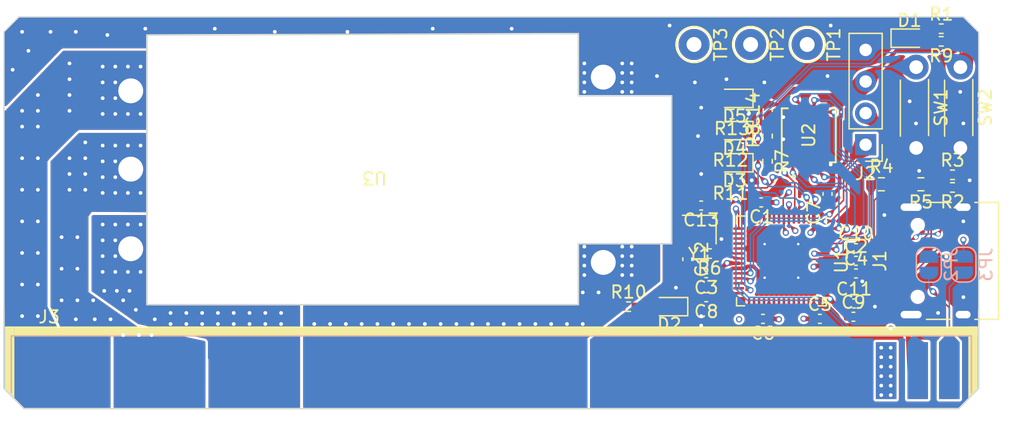
<source format=kicad_pcb>
(kicad_pcb (version 20230410) (generator pcbnew)
  (title_block (title "ANYESC") (date "2023-08-31") (rev "V1.0") (company "MUREX Robotics [Byran Huang]") (comment 1 "electronic speed controlling system") (comment 2 "ESC agnostic integration board for the MUREX") (comment 3 "// TECHNOLOGY FOR ALL") (comment 4 "// ATTEMPT THE IMPOSSIBLE"))
  (layers (0 "F.Cu" signal) (1 "In1.Cu" signal) (2 "In2.Cu" signal) (31 "B.Cu" signal) (34 "B.Paste" user) (35 "F.Paste" user) (36 "B.SilkS" user "B.Silkscreen") (37 "F.SilkS" user "F.Silkscreen") (38 "B.Mask" user) (39 "F.Mask" user) (44 "Edge.Cuts" user))
  (net 0 "")
  (net 1 "+3V3")
  (net 2 "GND")
  (net 3 "/RP2040/+1.1V")
  (net 4 "Net-(C12-Pad1)")
  (net 5 "/RP2040/XIN")
  (net 6 "Net-(J1-CC1)")
  (net 7 "/RP2040/USB_P")
  (net 8 "/RP2040/USB_N")
  (net 10 "Net-(J1-CC2)")
  (net 12 "/RP2040/SWCLK")
  (net 13 "/RP2040/SWDIO")
  (net 14 "/PHASE_A")
  (net 15 "/PHASE_B")
  (net 16 "/PHASE_C")
  (net 17 "/BOARD_TX")
  (net 18 "/BOARD_RX")
  (net 19 "/BOARD_TX_1")
  (net 20 "/BOARD_RX_1")
  (net 21 "+12V")
  (net 22 "/UART1_TX")
  (net 23 "/RP2040/RUN")
  (net 24 "Net-(U1-USB_DP)")
  (net 25 "Net-(U1-USB_DM)")
  (net 26 "/RP2040/XOUT")
  (net 27 "/RP2040/USB_BOOT")
  (net 28 "/RP2040/QSPI_CS")
  (net 29 "/UART1_RX")
  (net 30 "Net-(D1-A)")
  (net 31 "Net-(D2-A)")
  (net 32 "Net-(D3-A)")
  (net 51 "/RP2040/ADC0")
  (net 52 "/RP2040/ADC1")
  (net 53 "/RP2040/ADC2")
  (net 54 "/RP2040/ADC3")
  (net 55 "/RP2040/QSPI_SD3")
  (net 56 "/RP2040/QSPI_SCK")
  (net 57 "/RP2040/QSPI_SD0")
  (net 58 "/RP2040/QSPI_SD2")
  (net 59 "/RP2040/QSPI_SD1")
  (net 60 "/ESC_PWM")
  (net 61 "/RP2040/USB_VBUS")
  (net 62 "Net-(D4-A)")
  (net 63 "Net-(D5-A)")
  (net 64 "/RP2040/LED0")
  (net 65 "/RP2040/LED1")
  (net 66 "/RP2040/LED2")
  (footprint "Capacitor_SMD:C_0402_1005Metric" (layer "F.Cu") (at 169.178999 98.999 90)
    (fp_text reference "C14")
    (fp_text value "1uF")
  )
  (footprint "Package_DFN_QFN:QFN-56-1EP_7x7mm_P0.4mm_EP3.2x3.2mm_ThermalVias" (layer "F.Cu") (at 170.282 111.131 -90)
    (fp_text reference "U1")
    (fp_text value "RP2040")
  )
  (footprint "Resistor_SMD:R_0402_1005Metric" (layer "F.Cu") (at 169.164 101.092 90)
    (fp_text reference "R8")
    (fp_text value "10K")
  )
  (footprint "LED_SMD:LED_0603_1608Metric" (layer "F.Cu") (at 166.512 100.65 180)
    (fp_text reference "D4")
    (fp_text value "LED1")
  )
  (footprint "SLIM_6MM_Switch:SW_PUSH_6mm_SLIM" (layer "F.Cu") (at 184.673 95.547 -90)
    (fp_text reference "SW2")
    (fp_text value "SW_Push")
  )
  (footprint "Capacitor_SMD:C_0402_1005Metric" (layer "F.Cu") (at 163.83 106.68 180)
    (fp_text reference "C13")
    (fp_text value "27pF")
  )
  (footprint "Capacitor_SMD:C_0402_1005Metric" (layer "F.Cu") (at 173.37 115.79)
    (fp_text reference "C5")
    (fp_text value "0.1uF")
  )
  (footprint "Capacitor_SMD:C_0402_1005Metric" (layer "F.Cu") (at 164.2364 114.046 180)
    (fp_text reference "C8")
    (fp_text value "0.1uF")
  )
  (footprint "LED_SMD:LED_0603_1608Metric" (layer "F.Cu") (at 180.583499 93.218)
    (fp_text reference "D1")
    (fp_text value "LED")
  )
  (footprint "LED_SMD:LED_0603_1608Metric" (layer "F.Cu") (at 166.512 103.240001 180)
    (fp_text reference "D3")
    (fp_text value "LED0")
  )
  (footprint "Capacitor_SMD:C_0402_1005Metric" (layer "F.Cu") (at 176.276 111.123216)
    (fp_text reference "C2")
    (fp_text value "0.1uF")
  )
  (footprint "Resistor_SMD:R_0402_1005Metric" (layer "F.Cu") (at 183.134 93.472 180)
    (fp_text reference "R9")
    (fp_text value "1k")
  )
  (footprint "Resistor_SMD:R_0402_1005Metric" (layer "F.Cu") (at 184.038 104.206)
    (fp_text reference "R3")
    (fp_text value "5.1k")
  )
  (footprint "Connector_PinHeader_2.54mm:PinHeader_1x04_P2.54mm_Vertical" (layer "F.Cu") (at 177.053 101.783 180)
    (fp_text reference "J2")
    (fp_text value "Conn_01x04")
  )
  (footprint "W25Q64JVXGIQ:DFN_XGIQ TR_WIN-M" (layer "F.Cu") (at 172.481 101.031 90)
    (fp_text reference "U2")
    (fp_text value "W25Q64JVXGIQ")
  )
  (footprint "Capacitor_SMD:C_0402_1005Metric" (layer "F.Cu") (at 173.99 105.7428 90)
    (fp_text reference "C7")
    (fp_text value "0.1uF")
  )
  (footprint "Resistor_SMD:R_0402_1005Metric" (layer "F.Cu") (at 184.038 105.222 180)
    (fp_text reference "R2")
    (fp_text value "5.1k")
  )
  (footprint "Resistor_SMD:R_0402_1005Metric" (layer "F.Cu") (at 183.134 92.456)
    (fp_text reference "R1")
    (fp_text value "10K")
  )
  (footprint "B-G431B-ESC1:B-G431B-ESC1_MOUNT" (layer "F.Cu") (at 137.556 103.952 180)
    (fp_text reference "U3")
    (fp_text value "B-G431B-ESC1")
    (fp_line (start 18.3 8.98821) (end 18.3 10.98821) (stroke (width 0.12)) (layer "Edge.Cuts"))
    (fp_line (start 18.3 8.98821) (end 18.3 -10.7) (stroke (width 0.12)) (layer "Edge.Cuts"))
    (fp_line (start 18.3 -10.7) (end -16.4 -10.7) (stroke (width 0.12)) (layer "Edge.Cuts"))
    (fp_line (start -16.4 11.1) (end 18.3 10.98821) (stroke (width 0.12)) (layer "Edge.Cuts"))
    (fp_line (start -16.4 11.1) (end -16.4 9.1) (stroke (width 0.12)) (layer "Edge.Cuts"))
    (fp_line (start -16.4 6.1) (end -16.4 9.1) (stroke (width 0.12)) (layer "Edge.Cuts"))
    (fp_line (start -16.4 -5.8) (end -23.9 -5.8) (stroke (width 0.12)) (layer "Edge.Cuts"))
    (fp_line (start -16.4 -10.7) (end -16.4 -5.8) (stroke (width 0.12)) (layer "Edge.Cuts"))
    (fp_line (start -23.9 6.1) (end -16.4 6.1) (stroke (width 0.12)) (layer "Edge.Cuts"))
    (fp_line (start -23.9 -5.8) (end -23.9 6.1) (stroke (width 0.12)) (layer "Edge.Cuts"))
  )
  (footprint "Resistor_SMD:R_0402_1005Metric" (layer "F.Cu") (at 166.183188 101.861312 180)
    (fp_text reference "R12")
    (fp_text value "1k")
  )
  (footprint "Resistor_SMD:R_0402_1005Metric" (layer "F.Cu") (at 169.164 103.122001 -90)
    (fp_text reference "R7")
    (fp_text value "1K")
  )
  (footprint "TestPoint:TestPoint_THTPad_D2.5mm_Drill1.2mm" (layer "F.Cu") (at 163.254 93.726 -90)
    (fp_text reference "TP3")
    (fp_text value "ESC_PWM")
  )
  (footprint "Resistor_SMD:R_0603_1608Metric" (layer "F.Cu") (at 178.323 104.968)
    (fp_text reference "R4")
    (fp_text value "27")
  )
  (footprint "Resistor_SMD:R_0603_1608Metric" (layer "F.Cu") (at 181.498 104.968 180)
    (fp_text reference "R5")
    (fp_text value "27")
  )
  (footprint "Capacitor_SMD:C_0402_1005Metric" (layer "F.Cu") (at 168.798 115.79 180)
    (fp_text reference "C6")
    (fp_text value "0.1uF")
  )
  (footprint "Resistor_SMD:R_0402_1005Metric" (layer "F.Cu") (at 157.988 114.808)
    (fp_text reference "R10")
    (fp_text value "1k")
  )
  (footprint "Capacitor_SMD:C_0402_1005Metric" (layer "F.Cu") (at 176.1236 114.554)
    (fp_text reference "C11")
    (fp_text value "1uF")
  )
  (footprint "Crystal:Crystal_SMD_2016-4Pin_2.0x1.6mm" (layer "F.Cu") (at 163.6776 108.6104 180)
    (fp_text reference "Y1")
    (fp_text value "12MHz")
  )
  (footprint "Resistor_SMD:R_0402_1005Metric" (layer "F.Cu") (at 166.183188 104.528312 180)
    (fp_text reference "R11")
    (fp_text value "1k")
  )
  (footprint "TestPoint:TestPoint_THTPad_D2.5mm_Drill1.2mm" (layer "F.Cu") (at 167.804 93.726 -90)
    (fp_text reference "TP2")
    (fp_text value "ESC_RX")
  )
  (footprint "Resistor_SMD:R_0402_1005Metric" (layer "F.Cu") (at 166.310188 99.321312 180)
    (fp_text reference "R13")
    (fp_text value "1k")
  )
  (footprint "LED_SMD:LED_0603_1608Metric" (layer "F.Cu") (at 161.264499 114.808 180)
    (fp_text reference "D2")
    (fp_text value "LED")
  )
  (footprint "LED_SMD:LED_0603_1608Metric" (layer "F.Cu") (at 166.512 98.059999 180)
    (fp_text reference "D5")
    (fp_text value "LED2")
  )
  (footprint "Capacitor_SMD:C_0402_1005Metric" (layer "F.Cu") (at 162.7124 110.998 -90)
    (fp_text reference "C12")
    (fp_text value "27pF")
  )
  (footprint "5530843-7_PCB_Edge:TE_5530843-7_PCB_Edge" (layer "F.Cu") (at 146.954 123.002)
    (fp_text reference "J3")
    (fp_text value "5530843-7")
    (fp_line (start -39.1922 -1.6256) (end -39.1922 -7.874) (stroke (width 0.12)) (layer "Edge.Cuts"))
    (fp_line (start -37.592 0) (end -39.1922 -1.6256) (stroke (width 0.12)) (layer "Edge.Cuts"))
    (fp_line (start 37.592 0) (end -37.592 0) (stroke (width 0.12)) (layer "Edge.Cuts"))
    (fp_line (start 39.1922 -7.874) (end 39.1922 -1.6256) (stroke (width 0.12)) (layer "Edge.Cuts"))
    (fp_line (start 39.1922 -1.6256) (end 37.592 0) (stroke (width 0.12)) (layer "Edge.Cuts"))
  )
  (footprint "Capacitor_SMD:C_0402_1005Metric" (layer "F.Cu") (at 164.2364 112.1156 180)
    (fp_text reference "C3")
    (fp_text value "0.1uF")
  )
  (footprint "Capacitor_SMD:C_0402_1005Metric" (layer "F.Cu") (at 176.276 110.107216)
    (fp_text reference "C10")
    (fp_text value "0.1uF")
  )
  (footprint "Capacitor_SMD:C_0402_1005Metric" (layer "F.Cu") (at 168.656 106.426 180)
    (fp_text reference "C1")
    (fp_text value "0.1uF")
  )
  (footprint "Capacitor_SMD:C_0402_1005Metric" (layer "F.Cu") (at 176.0728 115.6208)
    (fp_text reference "C9")
    (fp_text value "1uF")
  )
  (footprint "SLIM_6MM_Switch:SW_PUSH_6mm_SLIM" (layer "F.Cu") (at 181.117 95.547 -90)
    (fp_text reference "SW1")
    (fp_text value "SW_Push")
  )
  (footprint "Resistor_SMD:R_0402_1005Metric" (layer "F.Cu") (at 164.4904 110.5408 180)
    (fp_text reference "R6")
    (fp_text value "1K")
  )
  (footprint "Connector_USB:USB_C_Receptacle_HRO_TYPE-C-31-M-12" (layer "F.Cu") (at 183.844 111.12921 90)
    (fp_text reference "J1")
    (fp_text value "USB_C_Receptacle_USB2.0")
  )
  (footprint "TestPoint:TestPoint_THTPad_D2.5mm_Drill1.2mm" (layer "F.Cu") (at 172.354 93.726 -90)
    (fp_text reference "TP1")
    (fp_text value "ESC_TX")
  )
  (footprint "Capacitor_SMD:C_0402_1005Metric" (layer "F.Cu") (at 176.276 112.139216)
    (fp_text reference "C4")
    (fp_text value "0.1uF")
  )
  (footprint "Jumper:SolderJumper-2_P1.3mm_Open_RoundedPad1.0x1.5mm" (layer "B.Cu") (at 182.133 111.445 90)
    (fp_text reference "JP2")
    (fp_text value "RX")
  )
  (footprint "Jumper:SolderJumper-2_P1.3mm_Open_RoundedPad1.0x1.5mm" (layer "B.Cu") (at 184.927 111.430001 90)
    (fp_text reference "JP3")
    (fp_text value "TX")
  )
  (gr_line (start 107.7618 92.71) (end 107.7618 115.128) (stroke (width 0.1)) (layer "Edge.Cuts"))
  (gr_line (start 186.1462 92.7402) (end 186.1462 115.128) (stroke (width 0.1)) (layer "Edge.Cuts"))
  (gr_line (start 184.912 91.506) (end 186.1462 92.7402) (stroke (width 0.1)) (layer "Edge.Cuts"))
  (gr_line (start 108.966 91.506) (end 107.7618 92.7102) (stroke (width 0.1)) (layer "Edge.Cuts"))
  (gr_line (start 184.912 91.506) (end 108.966 91.506) (stroke (width 0.1)) (layer "Edge.Cuts"))
  (segment (start 174.9575 105.2553) (end 174.9575 103.65549) (width 0.3) (layer "F.Cu") (net 1))
  (segment (start 168.609499 100.0275) (end 169.164 100.582001) (width 0.3) (layer "F.Cu") (net 1))
  (segment (start 169.136 106.426) (end 169.8752 106.426) (width 0.3) (layer "F.Cu") (net 1))
  (segment (start 172.882 107.6935) (end 172.882 108.6008) (width 0.3) (layer "F.Cu") (net 1))
  (segment (start 175.387784 111.731) (end 173.7195 111.731) (width 0.3) (layer "F.Cu") (net 1))
  (segment (start 173.7195 111.506) (end 173.7195 111.731) (width 0.3) (layer "F.Cu") (net 1))
  (segment (start 175.796 111.123216) (end 175.588216 111.331) (width 0.3) (layer "F.Cu") (net 1))
  (segment (start 172.974 111.506) (end 172.8724 111.6076) (width 0.3) (layer "F.Cu") (net 1))
  (segment (start 170.18 98.552) (end 170.18 98.3996) (width 0.3) (layer "F.Cu") (net 1))
  (segment (start 174.1704 114.1984) (end 173.7195 113.7475) (width 0.3) (layer "F.Cu") (net 1))
  (segment (start 172.89 115.79) (end 172.89 114.5765) (width 0.3) (layer "F.Cu") (net 1))
  (segment (start 170.82115 98.552) (end 170.18 98.552) (width 0.3) (layer "F.Cu") (net 1))
  (segment (start 169.278 115.79) (end 169.278 114.5725) (width 0.3) (layer "F.Cu") (net 1))
  (segment (start 179.522 94.234) (end 182.881999 94.234) (width 0.3) (layer "F.Cu") (net 1))
  (segment (start 169.211999 98.552) (end 169.178999 98.519) (width 0.3) (layer "F.Cu") (net 1))
  (segment (start 168.609499 99.0885) (end 168.609499 100.0275) (width 0.3) (layer "F.Cu") (net 1))
  (segment (start 169.278 115.79) (end 170.0444 115.79) (width 0.3) (layer "F.Cu") (net 1))
  (segment (start 173.7195 111.331) (end 173.7195 111.506) (width 0.3) (layer "F.Cu") (net 1))
  (segment (start 169.136 107.072301) (end 169.282 107.218301) (width 0.3) (layer "F.Cu") (net 1))
  (segment (start 176.474 97.282) (end 177.053 96.703) (width 0.3) (layer "F.Cu") (net 1))
  (segment (start 164.7164 112.1156) (end 165.0492 112.1156) (width 0.3) (layer "F.Cu") (net 1))
  (segment (start 173.7195 113.7475) (end 173.7195 113.3405) (width 0.3) (layer "F.Cu") (net 1))
  (segment (start 165.9315 111.3215) (end 166.8445 111.3215) (width 0.3) (layer "F.Cu") (net 1))
  (segment (start 174.1932 114.1984) (end 174.1704 114.1984) (width 0.3) (layer "F.Cu") (net 1))
  (segment (start 175.514 103.09899) (end 175.514 98.922711) (width 0.3) (layer "F.Cu") (net 1))
  (segment (start 165.0492 112.1156) (end 165.8433 111.3215) (width 0.3) (layer "F.Cu") (net 1))
  (segment (start 172.89 115.79) (end 172.0764 115.79) (width 0.3) (layer "F.Cu") (net 1))
  (segment (start 177.053 97.383711) (end 177.053 96.703) (width 0.3) (layer "F.Cu") (net 1))
  (segment (start 170.18 98.552) (end 169.211999 98.552) (width 0.3) (layer "F.Cu") (net 1))
  (segment (start 175.588216 111.331) (end 173.7195 111.331) (width 0.3) (layer "F.Cu") (net 1))
  (segment (start 183.64 93.472) (end 183.643999 93.472) (width 0.125) (layer "F.Cu") (net 1))
  (segment (start 172.0764 115.79) (end 172.0596 115.7732) (width 0.3) (layer "F.Cu") (net 1))
  (segment (start 165.9128 111.3028) (end 165.9315 111.3215) (width 0.3) (layer "F.Cu") (net 1))
  (segment (start 175.796 112.139216) (end 175.387784 111.731) (width 0.3) (layer "F.Cu") (net 1))
  (segment (start 182.881999 94.234) (end 183.643999 93.472) (width 0.3) (layer "F.Cu") (net 1))
  (segment (start 175.5928 115.6208) (end 174.1932 114.2212) (width 0.3) (layer "F.Cu") (net 1))
  (segment (start 172.89 114.5765) (end 172.882 114.5685) (width 0.3) (layer "F.Cu") (net 1))
  (segment (start 171.28085 99.0117) (end 170.82115 98.552) (width 0.3) (layer "F.Cu") (net 1))
  (segment (start 182.624 92.456) (end 183.64 93.472) (width 0.125) (layer "F.Cu") (net 1))
  (segment (start 175.514 98.922711) (end 177.053 97.383711) (width 0.3) (layer "F.Cu") (net 1))
  (segment (start 172.882 108.6008) (end 172.6184 108.8644) (width 0.3) (layer "F.Cu") (net 1))
  (segment (start 173.7195 111.506) (end 172.974 111.506) (width 0.3) (layer "F.Cu") (net 1))
  (segment (start 172.882 107.6935) (end 172.882 107.3308) (width 0.3) (layer "F.Cu") (net 1))
  (segment (start 172.882 107.3308) (end 173.99 106.2228) (width 0.3) (layer "F.Cu") (net 1))
  (segment (start 177.053 96.703) (end 179.522 94.234) (width 0.3) (layer "F.Cu") (net 1))
  (segment (start 173.99 106.2228) (end 174.9575 105.2553) (width 0.3) (layer "F.Cu") (net 1))
  (segment (start 174.9575 103.65549) (end 175.514 103.09899) (width 0.3) (layer "F.Cu") (net 1))
  (segment (start 169.178999 98.519) (end 168.609499 99.0885) (width 0.3) (layer "F.Cu") (net 1))
  (segment (start 169.136 106.426) (end 169.136 107.072301) (width 0.3) (layer "F.Cu") (net 1))
  (segment (start 170.18 98.3996) (end 171.2976 97.282) (width 0.3) (layer "F.Cu") (net 1))
  (segment (start 165.8941 111.3215) (end 165.9128 111.3028) (width 0.3) (layer "F.Cu") (net 1))
  (segment (start 169.278 114.5725) (end 169.282 114.5685) (width 0.3) (layer "F.Cu") (net 1))
  (segment (start 170.0444 115.79) (end 170.0784 115.824) (width 0.3) (layer "F.Cu") (net 1))
  (segment (start 174.1932 114.2212) (end 174.1932 114.1984) (width 0.3) (layer "F.Cu") (net 1))
  (segment (start 165.8433 111.3215) (end 165.8941 111.3215) (width 0.3) (layer "F.Cu") (net 1))
  (segment (start 169.282 107.218301) (end 169.282 107.6935) (width 0.3) (layer "F.Cu") (net 1))
  (segment (start 171.2976 97.282) (end 176.474 97.282) (width 0.3) (layer "F.Cu") (net 1))
  (via (at 178.308 121.92) (size 0.5) (drill 0.3) (layers "F.Cu" "B.Cu") (net 1))
  (via (at 179.07 120.396) (size 0.5) (drill 0.3) (layers "F.Cu" "B.Cu") (net 1))
  (via (at 172.6184 108.8644) (size 0.5) (drill 0.3) (layers "F.Cu" "B.Cu") (net 1))
  (via (at 170.0784 115.824) (size 0.5) (drill 0.3) (layers "F.Cu" "B.Cu") (net 1))
  (via (at 179.07 118.11) (size 0.5) (drill 0.3) (layers "F.Cu" "B.Cu") (net 1))
  (via (at 179.07 119.634) (size 0.5) (drill 0.3) (layers "F.Cu" "B.Cu") (net 1))
  (via (at 165.9128 111.3028) (size 0.5) (drill 0.3) (layers "F.Cu" "B.Cu") (net 1))
  (via (at 174.1932 114.1984) (size 0.5) (drill 0.3) (layers "F.Cu" "B.Cu") (net 1))
  (via (at 178.308 118.11) (size 0.5) (drill 0.3) (layers "F.Cu" "B.Cu") (net 1))
  (via (at 178.308 118.872) (size 0.5) (drill 0.3) (layers "F.Cu" "B.Cu") (net 1))
  (via (at 166.878 115.824) (size 0.5) (drill 0.3) (layers "F.Cu" "B.Cu") (net 1))
  (via (at 178.308 120.396) (size 0.5) (drill 0.3) (layers "F.Cu" "B.Cu") (net 1))
  (via (at 179.07 121.92) (size 0.5) (drill 0.3) (layers "F.Cu" "B.Cu") (net 1))
  (via (at 179.07 121.158) (size 0.5) (drill 0.3) (layers "F.Cu" "B.Cu") (net 1))
  (via (at 179.07 118.872) (size 0.5) (drill 0.3) (layers "F.Cu" "B.Cu") (net 1))
  (via (at 169.8752 106.426) (size 0.5) (drill 0.3) (layers "F.Cu" "B.Cu") (net 1))
  (via (at 178.308 119.634) (size 0.5) (drill 0.3) (layers "F.Cu" "B.Cu") (net 1))
  (via (at 172.8724 111.6076) (size 0.5) (drill 0.3) (layers "F.Cu" "B.Cu") (net 1))
  (via (at 172.0596 115.7732) (size 0.5) (drill 0.3) (layers "F.Cu" "B.Cu") (net 1))
  (via (at 178.308 121.158) (size 0.5) (drill 0.3) (layers "F.Cu" "B.Cu") (net 1))
  (via (at 161.798 113.284) (size 0.5) (drill 0.3) (layers "F.Cu" "B.Cu") (net 2))
  (via (at 129.54 92.71) (size 0.5) (drill 0.3) (layers "F.Cu" "B.Cu") (net 2))
  (via (at 119.126 92.456) (size 0.5) (drill 0.3) (layers "F.Cu" "B.Cu") (net 2))
  (via (at 184.658 97.536) (size 0.5) (drill 0.3) (layers "F.Cu" "B.Cu") (net 2))
  (via (at 157.48 96.012) (size 0.5) (drill 0.3) (layers "F.Cu" "B.Cu") (net 2))
  (via (at 163.83 98.806) (size 0.5) (drill 0.3) (layers "F.Cu" "B.Cu") (net 2))
  (via (at 163.83 116.332) (size 0.5) (drill 0.3) (layers "F.Cu" "B.Cu") (net 2))
  (via (at 113.538 92.71) (size 0.5) (drill 0.3) (layers "F.Cu" "B.Cu") (net 2))
  (via (at 174.244 103.378) (size 0.5) (drill 0.3) (layers "F.Cu" "B.Cu") (net 2))
  (via (at 167.64 99.314) (size 0.5) (drill 0.3) (layers "F.Cu" "B.Cu") (net 2))
  (via (at 135.382 92.71) (size 0.5) (drill 0.3) (layers "F.Cu" "B.Cu") (net 2))
  (via (at 163.322 96.774) (size 0.5) (drill 0.3) (layers "F.Cu" "B.Cu") (net 2))
  (via (at 178.562 107.442) (size 0.5) (drill 0.3) (layers "F.Cu" "B.Cu") (net 2))
  (via (at 160.274 96.266) (size 0.5) (drill 0.3) (layers "F.Cu" "B.Cu") (net 2))
  (via (at 170.434 101.346) (size 0.5) (drill 0.3) (layers "F.Cu" "B.Cu") (net 2))
  (via (at 108.458 95.758) (size 0.5) (drill 0.3) (layers "F.Cu" "B.Cu") (net 2))
  (via (at 109.22 92.71) (size 0.5) (drill 0.3) (layers "F.Cu" "B.Cu") (net 2))
  (via (at 181.102 100.076) (size 0.5) (drill 0.3) (layers "F.Cu" "B.Cu") (net 2))
  (via (at 170.434 99.568) (size 0.5) (drill 0.3) (layers "F.Cu" "B.Cu") (net 2))
  (via (at 157.48 95.25) (size 0.5) (drill 0.3) (layers "F.Cu" "B.Cu") (net 2))
  (via (at 180.594 98.298) (size 0.5) (drill 0.3) (layers "F.Cu" "B.Cu") (net 2))
  (via (at 165.4556 109.3724) (size 0.5) (drill 0.3) (layers "F.Cu" "B.Cu") (net 2))
  (via (at 184.912 100.076) (size 0.5) (drill 0.3) (layers "F.Cu" "B.Cu") (net 2))
  (via (at 185.42 104.648) (size 0.5) (drill 0.3) (layers "F.Cu" "B.Cu") (net 2))
  (via (at 124.714 92.456) (size 0.5) (drill 0.3) (layers "F.Cu" "B.Cu") (net 2))
  (via (at 163.576 101.092) (size 0.5) (drill 0.3) (layers "F.Cu" "B.Cu") (net 2))
  (via (at 167.894 104.648) (size 0.5) (drill 0.3) (layers "F.Cu" "B.Cu") (net 2))
  (via (at 142.24 92.456) (size 0.5) (drill 0.3) (layers "F.Cu" "B.Cu") (net 2))
  (via (at 111.506 92.71) (size 0.5) (drill 0.3) (layers "F.Cu" "B.Cu") (net 2))
  (via (at 154.432 95.25) (size 0.5) (drill 0.3) (layers "F.Cu" "B.Cu") (net 2))
  (via (at 174.244 92.202) (size 0.5) (drill 0.3) (layers "F.Cu" "B.Cu") (net 2))
  (via (at 154.432 97.536) (size 0.5) (drill 0.3) (layers "F.Cu" "B.Cu") (net 2))
  (via (at 154.432 96.012) (size 0.5) (drill 0.3) (layers "F.Cu" "B.Cu") (net 2))
  (via (at 157.48 97.536) (size 0.5) (drill 0.3) (layers "F.Cu" "B.Cu") (net 2))
  (via (at 163.83 104.14) (size 0.5) (drill 0.3) (layers "F.Cu" "B.Cu") (net 2))
  (via (at 181.356 103.886) (size 0.5) (drill 0.3) (layers "F.Cu" "B.Cu") (net 2))
  (via (at 157.48 96.774) (size 0.5) (drill 0.3) (layers "F.Cu" "B.Cu") (net 2))
  (via (at 158.242 95.25) (size 0.5) (drill 0.3) (layers "F.Cu" "B.Cu") (net 2))
  (via (at 184.912 107.95) (size 0.5) (drill 0.3) (layers "F.Cu" "B.Cu") (net 2))
  (via (at 168.91 96.774) (size 0.5) (drill 0.3) (layers "F.Cu" "B.Cu") (net 2))
  (via (at 109.728 94.234) (size 0.5) (drill 0.3) (layers "F.Cu" "B.Cu") (net 2))
  (via (at 161.29 92.202) (size 0.5) (drill 0.3) (layers "F.Cu" "B.Cu") (net 2))
  (via (at 116.078 92.964) (size 0.5) (drill 0.3) (layers "F.Cu" "B.Cu") (net 2))
  (via (at 158.242 96.012) (size 0.5) (drill 0.3) (layers "F.Cu" "B.Cu") (net 2))
  (via (at 184.912 114.046) (size 0.5) (drill 0.3) (layers "F.Cu" "B.Cu") (net 2))
  (via (at 182.88 115.316) (size 0.5) (drill 0.3) (layers "F.Cu" "B.Cu") (net 2))
  (via (at 177.8 114.808) (size 0.5) (drill 0.3) (layers "F.Cu" "B.Cu") (net 2))
  (via (at 154.432 96.774) (size 0.5) (drill 0.3) (layers "F.Cu" "B.Cu") (net 2))
  (via (at 148.59 92.456) (size 0.5) (drill 0.3) (layers "F.Cu" "B.Cu") (net 2))
  (via (at 176.784 112.776) (size 0.5) (drill 0.3) (layers "F.Cu" "B.Cu") (net 2))
  (via (at 165.862 96.52) (size 0.5) (drill 0.3) (layers "F.Cu" "B.Cu") (net 2))
  (via (at 163.83 115.57) (size 0.5) (drill 0.3) (layers "F.Cu" "B.Cu") (net 2))
  (via (at 173.99 96.266) (size 0.5) (drill 0.3) (layers "F.Cu" "B.Cu") (net 2))
  (via (at 158.242 96.774) (size 0.5) (drill 0.3) (layers "F.Cu" "B.Cu") (net 2))
  (via (at 158.242 97.536) (size 0.5) (drill 0.3) (layers "F.Cu" "B.Cu") (net 2))
  (segment (start 175.6436 114.554) (end 175.6436 114.379901) (width 0.3) (layer "F.Cu") (net 3))
  (segment (start 168.4225 112.9284) (end 168.5749 113.0808) (width 0.3) (layer "F.Cu") (net 3))
  (segment (start 172.8242 112.931) (end 173.7195 112.931) (width 0.125) (layer "F.Cu") (net 3))
  (segment (start 172.7152 111.0028) (end 172.3644 111.3536) (width 0.125) (layer "F.Cu") (net 3))
  (segment (start 175.796 110.107216) (end 174.981716 110.9215) (width 0.3) (layer "F.Cu") (net 3))
  (segment (start 175.6436 114.379901) (end 174.194699 112.931) (width 0.3) (layer "F.Cu") (net 3))
  (segment (start 166.8445 111.731) (end 167.399889 111.731) (width 0.3) (layer "F.Cu") (net 3))
  (segment (start 174.194699 112.931) (end 173.7195 112.931) (width 0.3) (layer "F.Cu") (net 3))
  (segment (start 172.3644 112.1664) (end 172.3644 112.4712) (width 0.125) (layer "F.Cu") (net 3))
  (segment (start 167.399889 111.731) (end 167.564789 111.5661) (width 0.3) (layer "F.Cu") (net 3))
  (segment (start 168.5749 113.0808) (end 172.6744 113.0808) (width 0.3) (layer "F.Cu") (net 3))
  (segment (start 166.1475 112.6149) (end 166.1475 111.952801) (width 0.3) (layer "F.Cu") (net 3))
  (segment (start 168.4225 111.968589) (end 168.4225 112.9284) (width 0.3) (layer "F.Cu") (net 3))
  (segment (start 168.020011 111.5661) (end 168.4225 111.968589) (width 0.3) (layer "F.Cu") (net 3))
  (segment (start 166.1475 111.952801) (end 166.369301 111.731) (width 0.3) (layer "F.Cu") (net 3))
  (segment (start 174.981716 110.9215) (end 173.729 110.9215) (width 0.3) (layer "F.Cu") (net 3))
  (segment (start 173.6477 111.0028) (end 172.7152 111.0028) (width 0.125) (layer "F.Cu") (net 3))
  (segment (start 172.3644 111.3536) (end 172.3644 112.1664) (width 0.125) (layer "F.Cu") (net 3))
  (segment (start 172.6744 113.0808) (end 172.8242 112.931) (width 0.3) (layer "F.Cu") (net 3))
  (segment (start 167.564789 111.5661) (end 168.020011 111.5661) (width 0.3) (layer "F.Cu") (net 3))
  (segment (start 164.7164 114.046) (end 166.1475 112.6149) (width 0.3) (layer "F.Cu") (net 3))
  (segment (start 172.3644 112.4712) (end 172.8242 112.931) (width 0.125) (layer "F.Cu") (net 3))
  (segment (start 166.369301 111.731) (end 166.8445 111.731) (width 0.3) (layer "F.Cu") (net 3))
  (segment (start 173.7195 110.931) (end 173.6477 111.0028) (width 0.125) (layer "F.Cu") (net 3))
  (segment (start 163.2656 110.5408) (end 162.9776 110.2528) (width 0.125) (layer "F.Cu") (net 4))
  (segment (start 163.9804 110.5408) (end 163.2656 110.5408) (width 0.125) (layer "F.Cu") (net 4))
  (segment (start 162.7124 110.518) (end 162.9776 110.2528) (width 0.125) (layer "F.Cu") (net 4))
  (segment (start 162.9776 110.2528) (end 162.9776 109.1604) (width 0.125) (layer "F.Cu") (net 4))
  (segment (start 164.3776 106.7476) (end 164.31 106.68) (width 0.125) (layer "F.Cu") (net 5))
  (segment (start 165.312 108.0604) (end 165.9128 108.6612) (width 0.125) (layer "F.Cu") (net 5))
  (segment (start 165.9128 108.6612) (end 165.9128 110.0328) (width 0.125) (layer "F.Cu") (net 5))
  (segment (start 166.411 110.531) (end 166.8445 110.531) (width 0.125) (layer "F.Cu") (net 5))
  (segment (start 164.3776 108.0604) (end 164.3776 106.7476) (width 0.125) (layer "F.Cu") (net 5))
  (segment (start 165.9128 110.0328) (end 166.411 110.531) (width 0.125) (layer "F.Cu") (net 5))
  (segment (start 164.3776 108.0604) (end 165.312 108.0604) (width 0.125) (layer "F.Cu") (net 5))
  (segment (start 183.642 109.38621) (end 183.642 106.128) (width 0.125) (layer "F.Cu") (net 6))
  (segment (start 180.649 112.37921) (end 183.642 109.38621) (width 0.125) (layer "F.Cu") (net 6))
  (segment (start 183.642 106.128) (end 184.548 105.222) (width 0.125) (layer "F.Cu") (net 6))
  (segment (start 179.799 112.37921) (end 180.649 112.37921) (width 0.125) (layer "F.Cu") (net 6))
  (segment (start 178.949 110.37921) (end 179.799 110.37921) (width 0.125) (layer "F.Cu") (net 7))
  (segment (start 182.0885 108.93971) (end 182.0885 106.396501) (width 0.125) (layer "F.Cu") (net 7))
  (segment (start 179.799 111.37921) (end 178.949 111.37921) (width 0.125) (layer "F.Cu") (net 7))
  (segment (start 180.649 110.37921) (end 182.0885 108.93971) (width 0.125) (layer "F.Cu") (net 7))
  (segment (start 179.799 110.37921) (end 180.649 110.37921) (width 0.125) (layer "F.Cu") (net 7))
  (segment (start 178.949 111.37921) (end 178.816 111.24621) (width 0.125) (layer "F.Cu") (net 7))
  (segment (start 178.816 111.24621) (end 178.816 110.51221) (width 0.125) (layer "F.Cu") (net 7))
  (segment (start 180.098 105.918) (end 179.148 104.968) (width 0.125) (layer "F.Cu") (net 7))
  (segment (start 178.816 110.51221) (end 178.949 110.37921) (width 0.125) (layer "F.Cu") (net 7))
  (segment (start 182.0885 106.396501) (end 181.609999 105.918) (width 0.125) (layer "F.Cu") (net 7))
  (segment (start 181.609999 105.918) (end 180.098 105.918) (width 0.125) (layer "F.Cu") (net 7))
  (segment (start 180.696 110.92621) (end 180.696 111.83221) (width 0.125) (layer "F.Cu") (net 8))
  (segment (start 179.799 110.87921) (end 180.649 110.87921) (width 0.125) (layer "F.Cu") (net 8))
  (segment (start 180.696 111.83221) (end 180.649 111.87921) (width 0.125) (layer "F.Cu") (net 8))
  (segment (start 180.649 110.87921) (end 180.696 110.92621) (width 0.125) (layer "F.Cu") (net 8))
  (segment (start 182.323 109.20521) (end 180.649 110.87921) (width 0.125) (layer "F.Cu") (net 8))
  (segment (start 182.323 104.968) (end 182.323 109.20521) (width 0.125) (layer "F.Cu") (net 8))
  (segment (start 180.649 111.87921) (end 179.799 111.87921) (width 0.125) (layer "F.Cu") (net 8))
  (segment (start 183.086 108.76) (end 182.88 108.966) (width 0.125) (layer "F.Cu") (net 10))
  (segment (start 183.528 104.206) (end 183.086 104.648) (width 0.125) (layer "F.Cu") (net 10))
  (segment (start 183.086 104.648) (end 183.086 108.76) (width 0.125) (layer "F.Cu") (net 10))
  (segment (start 180.94279 109.37921) (end 179.799 109.37921) (width 0.125) (layer "F.Cu") (net 10))
  (segment (start 181.102 109.22) (end 180.94279 109.37921) (width 0.125) (layer "F.Cu") (net 10))
  (via (at 182.88 108.966) (size 0.4) (drill 0.3) (layers "F.Cu" "B.Cu") (net 10))
  (via (at 181.102 109.22) (size 0.4) (drill 0.3) (layers "F.Cu" "B.Cu") (net 10))
  (segment (start 182.88 108.966) (end 181.356 108.966) (width 0.125) (layer "B.Cu") (net 10))
  (segment (start 181.356 108.966) (end 181.102 109.22) (width 0.125) (layer "B.Cu") (net 10))
  (segment (start 174.1424 107.3912) (end 175.2795 106.2541) (width 0.125) (layer "F.Cu") (net 12))
  (segment (start 175.2795 103.788866) (end 177.053 102.015366) (width 0.125) (layer "F.Cu") (net 12))
  (segment (start 175.2795 106.2541) (end 175.2795 103.788866) (width 0.125) (layer "F.Cu") (net 12))
  (segment (start 177.053 102.015366) (end 177.053 101.783) (width 0.125) (layer "F.Cu") (net 12))
  (segment (start 167.777 112.131) (end 167.7924 112.1156) (width 0.125) (layer "F.Cu") (net 12))
  (segment (start 166.8445 112.131) (end 167.777 112.131) (width 0.125) (layer "F.Cu") (net 12))
  (via (at 167.7924 112.1156) (size 0.5) (drill 0.3) (layers "F.Cu" "B.Cu") (net 12))
  (via (at 174.1424 107.3912) (size 0.5) (drill 0.3) (layers "F.Cu" "B.Cu") (net 12))
  (segment (start 167.7924 112.1156) (end 167.7924 109.0168) (width 0.125) (layer "B.Cu") (net 12))
  (segment (start 173.748212 107.3912) (end 174.1424 107.3912) (width 0.125) (layer "B.Cu") (net 12))
  (segment (start 169.1132 107.696) (end 173.443412 107.696) (width 0.125) (layer "B.Cu") (net 12))
  (segment (start 173.443412 107.696) (end 173.748212 107.3912) (width 0.125) (layer "B.Cu") (net 12))
  (segment (start 167.7924 109.0168) (end 169.1132 107.696) (width 0.125) (layer "B.Cu") (net 12))
  (segment (start 166.8445 112.531) (end 167.558297 112.531) (width 0.125) (layer "F.Cu") (net 13))
  (segment (start 178.4096 102.8192) (end 178.4096 100.5996) (width 0.125) (layer "F.Cu") (net 13))
  (segment (start 176.3268 103.0732) (end 178.1556 103.0732) (width 0.125) (layer "F.Cu") (net 13))
  (segment (start 173.831384 107.961395) (end 174.225572 107.961395) (width 0.125) (layer "F.Cu") (net 13))
  (segment (start 178.4096 100.5996) (end 177.053 99.243) (width 0.125) (layer "F.Cu") (net 13))
  (segment (start 167.558297 112.531) (end 167.7924 112.765103) (width 0.125) (layer "F.Cu") (net 13))
  (segment (start 178.1556 103.0732) (end 178.4096 102.8192) (width 0.125) (layer "F.Cu") (net 13))
  (segment (start 174.225572 107.961395) (end 175.514 106.672967) (width 0.125) (layer "F.Cu") (net 13))
  (segment (start 175.514 103.886) (end 176.3268 103.0732) (width 0.125) (layer "F.Cu") (net 13))
  (segment (start 175.514 106.672967) (end 175.514 103.886) (width 0.125) (layer "F.Cu") (net 13))
  (via (at 173.831384 107.961395) (size 0.5) (drill 0.3) (layers "F.Cu" "B.Cu") (net 13))
  (via (at 167.7924 112.765103) (size 0.5) (drill 0.3) (layers "F.Cu" "B.Cu") (net 13))
  (segment (start 169.210334 107.9305) (end 173.800489 107.9305) (width 0.125) (layer "B.Cu") (net 13))
  (segment (start 168.0269 111.5568) (end 168.0269 109.113934) (width 0.125) (layer "B.Cu") (net 13))
  (segment (start 167.7924 112.765103) (end 167.796264 112.765103) (width 0.125) (layer "B.Cu") (net 13))
  (segment (start 168.2544 112.306967) (end 168.2544 111.7843) (width 0.125) (layer "B.Cu") (net 13))
  (segment (start 168.0269 109.113934) (end 169.210334 107.9305) (width 0.125) (layer "B.Cu") (net 13))
  (segment (start 167.796264 112.765103) (end 168.2544 112.306967) (width 0.125) (layer "B.Cu") (net 13))
  (segment (start 173.800489 107.9305) (end 173.831384 107.961395) (width 0.125) (layer "B.Cu") (net 13))
  (segment (start 168.2544 111.7843) (end 168.0269 111.5568) (width 0.125) (layer "B.Cu") (net 13))
  (via (at 109.22 107.95) (size 0.5) (drill 0.3) (layers "F.Cu" "B.Cu") (net 14))
  (via (at 113.03 95.25) (size 0.5) (drill 0.3) (layers "F.Cu" "B.Cu") (net 14))
  (via (at 110.49 102.87) (size 0.5) (drill 0.3) (layers "F.Cu" "B.Cu") (net 14))
  (via (at 115.697 99.314) (size 0.5) (drill 0.3) (layers "F.Cu" "B.Cu") (net 14))
  (via (at 116.713 96.774) (size 0.5) (drill 0.3) (layers "F.Cu" "B.Cu") (net 14))
  (via (at 113.03 96.52) (size 0.5) (drill 0.3) (layers "F.Cu" "B.Cu") (net 14))
  (via (at 110.49 100.33) (size 0.5) (drill 0.3) (layers "F.Cu" "B.Cu") (net 14))
  (via (at 110.49 107.95) (size 0.5) (drill 0.3) (layers "F.Cu" "B.Cu") (net 14))
  (via (at 113.03 99.06) (size 0.5) (drill 0.3) (layers "F.Cu" "B.Cu") (net 14))
  (via (at 110.49 105.41) (size 0.5) (drill 0.3) (layers "F.Cu" "B.Cu") (net 14))
  (via (at 110.49 97.79) (size 0.5) (drill 0.3) (layers "F.Cu" "B.Cu") (net 14))
  (via (at 115.697 95.504) (size 0.5) (drill 0.3) (layers "F.Cu" "B.Cu") (net 14))
  (via (at 118.745 99.314) (size 0.5) (drill 0.3) (layers "F.Cu" "B.Cu") (net 14))
  (via (at 110.49 115.57) (size 0.5) (drill 0.3) (layers "F.Cu" "B.Cu") (net 14))
  (via (at 110.49 99.06) (size 0.5) (drill 0.3) (layers "F.Cu" "B.Cu") (net 14))
  (via (at 109.22 115.57) (size 0.5) (drill 0.3) (layers "F.Cu" "B.Cu") (net 14))
  (via (at 109.22 113.03) (size 0.5) (drill 0.3) (layers "F.Cu" "B.Cu") (net 14))
  (via (at 110.49 110.49) (size 0.5) (drill 0.3) (layers "F.Cu" "B.Cu") (net 14))
  (via (at 110.49 113.03) (size 0.5) (drill 0.3) (layers "F.Cu" "B.Cu") (net 14))
  (via (at 115.697 96.774) (size 0.5) (drill 0.3) (layers "F.Cu" "B.Cu") (net 14))
  (via (at 117.729 95.504) (size 0.5) (drill 0.3) (layers "F.Cu" "B.Cu") (net 14))
  (via (at 116.713 95.504) (size 0.5) (drill 0.3) (layers "F.Cu" "B.Cu") (net 14))
  (via (at 116.713 98.044) (size 0.5) (drill 0.3) (layers "F.Cu" "B.Cu") (net 14))
  (via (at 118.745 95.504) (size 0.5) (drill 0.3) (layers "F.Cu" "B.Cu") (net 14))
  (via (at 115.697 98.044) (size 0.5) (drill 0.3) (layers "F.Cu" "B.Cu") (net 14))
  (via (at 109.22 110.49) (size 0.5) (drill 0.3) (layers "F.Cu" "B.Cu") (net 14))
  (via (at 109.22 102.87) (size 0.5) (drill 0.3) (layers "F.Cu" "B.Cu") (net 14))
  (via (at 109.22 105.41) (size 0.5) (drill 0.3) (layers "F.Cu" "B.Cu") (net 14))
  (via (at 113.03 97.79) (size 0.5) (drill 0.3) (layers "F.Cu" "B.Cu") (net 14))
  (via (at 116.713 99.314) (size 0.5) (drill 0.3) (layers "F.Cu" "B.Cu") (net 14))
  (via (at 109.22 99.06) (size 0.5) (drill 0.3) (layers "F.Cu" "B.Cu") (net 14))
  (via (at 117.729 99.314) (size 0.5) (drill 0.3) (layers "F.Cu" "B.Cu") (net 14))
  (via (at 109.22 100.33) (size 0.5) (drill 0.3) (layers "F.Cu" "B.Cu") (net 14))
  (via (at 116.332 115.824) (size 0.5) (drill 0.3) (layers "F.Cu" "B.Cu") (net 15))
  (via (at 117.729 101.854) (size 0.5) (drill 0.3) (layers "F.Cu" "B.Cu") (net 15))
  (via (at 115.062 115.824) (size 0.5) (drill 0.3) (layers "F.Cu" "B.Cu") (net 15))
  (via (at 114.3 102.87) (size 0.5) (drill 0.3) (layers "F.Cu" "B.Cu") (net 15))
  (via (at 118.618 117.094) (size 0.5) (drill 0.3) (layers "F.Cu" "B.Cu") (net 15))
  (via (at 117.729 105.664) (size 0.5) (drill 0.3) (layers "F.Cu" "B.Cu") (net 15))
  (via (at 113.665 114.3) (size 0.5) (drill 0.3) (layers "F.Cu" "B.Cu") (net 15))
  (via (at 119.634 117.094) (size 0.5) (drill 0.3) (layers "F.Cu" "B.Cu") (net 15))
  (via (at 114.3 104.14) (size 0.5) (drill 0.3) (layers "F.Cu" "B.Cu") (net 15))
  (via (at 113.03 102.87) (size 0.5) (drill 0.3) (layers "F.Cu" "B.Cu") (net 15))
  (via (at 113.665 109.22) (size 0.5) (drill 0.3) (layers "F.Cu" "B.Cu") (net 15))
  (via (at 113.03 104.14) (size 0.5) (drill 0.3) (layers "F.Cu" "B.Cu") (net 15))
  (via (at 112.395 109.22) (size 0.5) (drill 0.3) (layers "F.Cu" "B.Cu") (net 15))
  (via (at 112.395 114.3) (size 0.5) (drill 0.3) (layers "F.Cu" "B.Cu") (net 15))
  (via (at 116.713 104.394) (size 0.5) (drill 0.3) (layers "F.Cu" "B.Cu") (net 15))
  (via (at 113.538 115.824) (size 0.5) (drill 0.3) (layers "F.Cu" "B.Cu") (net 15))
  (via (at 113.03 105.41) (size 0.5) (drill 0.3) (layers "F.Cu" "B.Cu") (net 15))
  (via (at 115.697 105.664) (size 0.5) (drill 0.3) (layers "F.Cu" "B.Cu") (net 15))
  (via (at 115.697 101.854) (size 0.5) (drill 0.3) (layers "F.Cu" "B.Cu") (net 15))
  (via (at 116.713 105.664) (size 0.5) (drill 0.3) (layers "F.Cu" "B.Cu") (net 15))
  (via (at 118.745 105.664) (size 0.5) (drill 0.3) (layers "F.Cu" "B.Cu") (net 15))
  (via (at 115.697 103.124) (size 0.5) (drill 0.3) (layers "F.Cu" "B.Cu") (net 15))
  (via (at 113.665 111.76) (size 0.5) (drill 0.3) (layers "F.Cu" "B.Cu") (net 15))
  (via (at 118.745 101.854) (size 0.5) (drill 0.3) (layers "F.Cu" "B.Cu") (net 15))
  (via (at 112.395 111.76) (size 0.5) (drill 0.3) (layers "F.Cu" "B.Cu") (net 15))
  (via (at 115.697 104.394) (size 0.5) (drill 0.3) (layers "F.Cu" "B.Cu") (net 15))
  (via (at 117.348 117.094) (size 0.5) (drill 0.3) (layers "F.Cu" "B.Cu") (net 15))
  (via (at 114.3 101.6) (size 0.5) (drill 0.3) (layers "F.Cu" "B.Cu") (net 15))
  (via (at 114.935 114.3) (size 0.5) (drill 0.3) (layers "F.Cu" "B.Cu") (net 15))
  (via (at 116.713 103.124) (size 0.5) (drill 0.3) (layers "F.Cu" "B.Cu") (net 15))
  (via (at 114.3 105.41) (size 0.5) (drill 0.3) (layers "F.Cu" "B.Cu") (net 15))
  (via (at 116.713 101.854) (size 0.5) (drill 0.3) (layers "F.Cu" "B.Cu") (net 15))
  (via (at 126.238 115.316) (size 0.5) (drill 0.3) (layers "F.Cu" "B.Cu") (net 16))
  (via (at 116.713 112.014) (size 0.5) (drill 0.3) (layers "F.Cu" "B.Cu") (net 16))
  (via (at 121.158 116.205) (size 0.5) (drill 0.3) (layers "F.Cu" "B.Cu") (net 16))
  (via (at 123.698 115.316) (size 0.5) (drill 0.3) (layers "F.Cu" "B.Cu") (net 16))
  (via (at 124.968 115.316) (size 0.5) (drill 0.3) (layers "F.Cu" "B.Cu") (net 16))
  (via (at 117.856 113.538) (size 0.5) (drill 0.3) (layers "F.Cu" "B.Cu") (net 16))
  (via (at 123.698 116.205) (size 0.5) (drill 0.3) (layers "F.Cu" "B.Cu") (net 16))
  (via (at 116.84 113.538) (size 0.5) (drill 0.3) (layers "F.Cu" "B.Cu") (net 16))
  (via (at 121.158 115.316) (size 0.5) (drill 0.3) (layers "F.Cu" "B.Cu") (net 16))
  (via (at 119.888 115.824) (size 0.5) (drill 0.3) (layers "F.Cu" "B.Cu") (net 16))
  (via (at 115.697 112.014) (size 0.5) (drill 0.3) (layers "F.Cu" "B.Cu") (net 16))
  (via (at 124.968 116.205) (size 0.5) (drill 0.3) (layers "F.Cu" "B.Cu") (net 16))
  (via (at 115.697 108.204) (size 0.5) (drill 0.3) (layers "F.Cu" "B.Cu") (net 16))
  (via (at 116.713 110.744) (size 0.5) (drill 0.3) (layers "F.Cu" "B.Cu") (net 16))
  (via (at 117.729 112.014) (size 0.5) (drill 0.3) (layers "F.Cu" "B.Cu") (net 16))
  (via (at 117.729 108.204) (size 0.5) (drill 0.3) (layers "F.Cu" "B.Cu") (net 16))
  (via (at 126.238 116.205) (size 0.5) (drill 0.3) (layers "F.Cu" "B.Cu") (net 16))
  (via (at 116.713 108.204) (size 0.5) (drill 0.3) (layers "F.Cu" "B.Cu") (net 16))
  (via (at 115.697 110.744) (size 0.5) (drill 0.3) (layers "F.Cu" "B.Cu") (net 16))
  (via (at 122.428 115.316) (size 0.5) (drill 0.3) (layers "F.Cu" "B.Cu") (net 16))
  (via (at 127.508 116.205) (size 0.5) (drill 0.3) (layers "F.Cu" "B.Cu") (net 16))
  (via (at 130.048 115.316) (size 0.5) (drill 0.3) (layers "F.Cu" "B.Cu") (net 16))
  (via (at 117.348 114.3) (size 0.5) (drill 0.3) (layers "F.Cu" "B.Cu") (net 16))
  (via (at 116.713 109.474) (size 0.5) (drill 0.3) (layers "F.Cu" "B.Cu") (net 16))
  (via (at 122.428 116.205) (size 0.5) (drill 0.3) (layers "F.Cu" "B.Cu") (net 16))
  (via (at 128.778 115.316) (size 0.5) (drill 0.3) (layers "F.Cu" "B.Cu") (net 16))
  (via (at 118.364 115.062) (size 0.5) (drill 0.3) (layers "F.Cu" "B.Cu") (net 16))
  (via (at 128.778 116.205) (size 0.5) (drill 0.3) (layers "F.Cu" "B.Cu") (net 16))
  (via (at 115.824 113.538) (size 0.5) (drill 0.3) (layers "F.Cu" "B.Cu") (net 16))
  (via (at 127.508 115.316) (size 0.5) (drill 0.3) (layers "F.Cu" "B.Cu") (net 16))
  (via (at 118.745 112.014) (size 0.5) (drill 0.3) (layers "F.Cu" "B.Cu") (net 16))
  (via (at 115.697 109.474) (size 0.5) (drill 0.3) (layers "F.Cu" "B.Cu") (net 16))
  (via (at 130.048 116.205) (size 0.5) (drill 0.3) (layers "F.Cu" "B.Cu") (net 16))
  (via (at 118.745 108.204) (size 0.5) (drill 0.3) (layers "F.Cu" "B.Cu") (net 16))
  (segment (start 166.8445 107.1545) (end 166.624 106.934) (width 0.125) (layer "F.Cu") (net 17))
  (segment (start 166.8445 108.531) (end 166.8445 107.1545) (width 0.125) (layer "F.Cu") (net 17))
  (via (at 166.624 106.934) (size 0.5) (drill 0.3) (layers "F.Cu" "B.Cu") (net 17))
  (segment (start 180.848 117.094) (end 181.244 117.49) (width 0.125) (layer "B.Cu") (net 17))
  (segment (start 166.624 113.382084) (end 167.541916 114.3) (width 0.125) (layer "B.Cu") (net 17))
  (segment (start 181.244 117.49) (end 181.244 119.954) (width 0.125) (layer "B.Cu") (net 17))
  (segment (start 166.624 106.934) (end 166.624 113.382084) (width 0.125) (layer "B.Cu") (net 17))
  (segment (start 167.541916 114.3) (end 173.228 114.3) (width 0.125) (layer "B.Cu") (net 17))
  (segment (start 173.228 114.3) (end 176.022 117.094) (width 0.125) (layer "B.Cu") (net 17))
  (segment (start 176.022 117.094) (end 180.848 117.094) (width 0.125) (layer "B.Cu") (net 17))
  (segment (start 166.8445 108.931) (end 166.335 108.931) (width 0.125) (layer "F.Cu") (net 18))
  (segment (start 179.832 116.586) (end 179.07 116.586) (width 0.125) (layer "F.Cu") (net 18))
  (segment (start 181.244 117.998) (end 179.832 116.586) (width 0.125) (layer "F.Cu") (net 18))
  (segment (start 181.244 119.954) (end 181.244 117.998) (width 0.125) (layer "F.Cu") (net 18))
  (segment (start 166.1473 106.6487) (end 166.624 106.172) (width 0.125) (layer "F.Cu") (net 18))
  (segment (start 166.335 108.931) (end 166.1473 108.7433) (width 0.125) (layer "F.Cu") (net 18))
  (segment (start 166.1473 108.7433) (end 166.1473 106.6487) (width 0.125) (layer "F.Cu") (net 18))
  (via (at 179.07 116.586) (size 0.5) (drill 0.3) (layers "F.Cu" "B.Cu") (net 18))
  (via (at 166.624 106.172) (size 0.5) (drill 0.3) (layers "F.Cu" "B.Cu") (net 18))
  (segment (start 166.8585 113.28495) (end 166.8585 113.03) (width 0.125) (layer "B.Cu") (net 18))
  (segment (start 167.086 112.8025) (end 167.086 106.634) (width 0.125) (layer "B.Cu") (net 18))
  (segment (start 179.07 116.586) (end 175.845634 116.586) (width 0.125) (layer "B.Cu") (net 18))
  (segment (start 167.63905 114.0655) (end 167.502775 113.929225) (width 0.125) (layer "B.Cu") (net 18))
  (segment (start 167.086 106.634) (end 166.624 106.172) (width 0.125) (layer "B.Cu") (net 18))
  (segment (start 173.325134 114.0655) (end 168.4215 114.0655) (width 0.125) (layer "B.Cu") (net 18))
  (segment (start 167.502775 113.929225) (end 166.8585 113.28495) (width 0.125) (layer "B.Cu") (net 18))
  (segment (start 168.4215 114.0655) (end 167.63905 114.0655) (width 0.125) (layer "B.Cu") (net 18))
  (segment (start 175.845634 116.586) (end 173.325134 114.0655) (width 0.125) (layer "B.Cu") (net 18))
  (segment (start 166.8585 113.03) (end 167.086 112.8025) (width 0.125) (layer "B.Cu") (net 18))
  (segment (start 184.927 112.08) (end 183.784 113.223) (width 0.125) (layer "B.Cu") (net 19))
  (segment (start 183.784 113.223) (end 183.784 119.954) (width 0.125) (layer "B.Cu") (net 19))
  (segment (start 182.4736 113.5888) (end 183.784 114.8992) (width 0.125) (layer "F.Cu") (net 20))
  (segment (start 183.784 114.8992) (end 183.784 119.954) (width 0.125) (layer "F.Cu") (net 20))
  (via (at 182.4736 113.5888) (size 0.5) (drill 0.3) (layers "F.Cu" "B.Cu") (net 20))
  (segment (start 182.133 112.094999) (end 182.133 113.2482) (width 0.125) (layer "B.Cu") (net 20))
  (segment (start 182.133 113.2482) (end 182.4736 113.5888) (width 0.125) (layer "B.Cu") (net 20))
  (via (at 139.065 116.205) (size 0.5) (drill 0.3) (layers "F.Cu" "B.Cu") (net 21))
  (via (at 137.795 116.205) (size 0.5) (drill 0.3) (layers "F.Cu" "B.Cu") (net 21))
  (via (at 145.415 116.205) (size 0.5) (drill 0.3) (layers "F.Cu" "B.Cu") (net 21))
  (via (at 135.255 116.205) (size 0.5) (drill 0.3) (layers "F.Cu" "B.Cu") (net 21))
  (via (at 158.242 109.982) (size 0.5) (drill 0.3) (layers "F.Cu" "B.Cu") (net 21))
  (via (at 154.305 113.665) (size 0.5) (drill 0.3) (layers "F.Cu" "B.Cu") (net 21))
  (via (at 153.035 116.205) (size 0.5) (drill 0.3) (layers "F.Cu" "B.Cu") (net 21))
  (via (at 154.432 110.744) (size 0.5) (drill 0.3) (layers "F.Cu" "B.Cu") (net 21))
  (via (at 132.715 116.205) (size 0.5) (drill 0.3) (layers "F.Cu" "B.Cu") (net 21))
  (via (at 158.242 112.268) (size 0.5) (drill 0.3) (layers "F.Cu" "B.Cu") (net 21))
  (via (at 149.225 116.205) (size 0.5) (drill 0.3) (layers "F.Cu" "B.Cu") (net 21))
  (via (at 154.305 116.205) (size 0.5) (drill 0.3) (layers "F.Cu" "B.Cu") (net 21))
  (via (at 136.525 116.205) (size 0.5) (drill 0.3) (layers "F.Cu" "B.Cu") (net 21))
  (via (at 142.875 116.205) (size 0.5) (drill 0.3) (layers "F.Cu" "B.Cu") (net 21))
  (via (at 150.495 116.205) (size 0.5) (drill 0.3) (layers "F.Cu" "B.Cu") (net 21))
  (via (at 147.955 116.205) (size 0.5) (drill 0.3) (layers "F.Cu" "B.Cu") (net 21))
  (via (at 157.48 110.744) (size 0.5) (drill 0.3) (layers "F.Cu" "B.Cu") (net 21))
  (via (at 158.242 111.506) (size 0.5) (drill 0.3) (layers "F.Cu" "B.Cu") (net 21))
  (via (at 157.48 111.506) (size 0.5) (drill 0.3) (layers "F.Cu" "B.Cu") (net 21))
  (via (at 154.432 112.268) (size 0.5) (drill 0.3) (layers "F.Cu" "B.Cu") (net 21))
  (via (at 157.48 109.982) (size 0.5) (drill 0.3) (layers "F.Cu" "B.Cu") (net 21))
  (via (at 140.335 116.205) (size 0.5) (drill 0.3) (layers "F.Cu" "B.Cu") (net 21))
  (via (at 144.145 116.205) (size 0.5) (drill 0.3) (layers "F.Cu" "B.Cu") (net 21))
  (via (at 133.985 116.205) (size 0.5) (drill 0.3) (layers "F.Cu" "B.Cu") (net 21))
  (via (at 155.575 113.665) (size 0.5) (drill 0.3) (layers "F.Cu" "B.Cu") (net 21))
  (via (at 157.48 112.268) (size 0.5) (drill 0.3) (layers "F.Cu" "B.Cu") (net 21))
  (via (at 151.765 116.205) (size 0.5) (drill 0.3) (layers "F.Cu" "B.Cu") (net 21))
  (via (at 158.242 110.744) (size 0.5) (drill 0.3) (layers "F.Cu" "B.Cu") (net 21))
  (via (at 146.685 116.205) (size 0.5) (drill 0.3) (layers "F.Cu" "B.Cu") (net 21))
  (via (at 154.432 111.506) (size 0.5) (drill 0.3) (layers "F.Cu" "B.Cu") (net 21))
  (via (at 141.605 116.205) (size 0.5) (drill 0.3) (layers "F.Cu" "B.Cu") (net 21))
  (via (at 154.432 109.982) (size 0.5) (drill 0.3) (layers "F.Cu" "B.Cu") (net 21))
  (segment (start 171.3992 108.712) (end 170.882 108.1948) (width 0.125) (layer "F.Cu") (net 22))
  (segment (start 170.8912 106.5784) (end 170.8912 107.6843) (width 0.125) (layer "F.Cu") (net 22))
  (segment (start 170.882 108.1948) (end 170.882 107.6935) (width 0.125) (layer "F.Cu") (net 22))
  (segment (start 170.8912 107.6843) (end 170.882 107.6935) (width 0.125) (layer "F.Cu") (net 22))
  (via (at 171.3992 108.712) (size 0.5) (drill 0.3) (layers "F.Cu" "B.Cu") (net 22))
  (via (at 170.8912 106.5784) (size 0.5) (drill 0.3) (layers "F.Cu" "B.Cu") (net 22))
  (via (at 184.912 109.4232) (size 0.5) (drill 0.3) (layers "F.Cu" "B.Cu") (net 22))
  (segment (start 184.927 110.780002) (end 184.927 109.4382) (width 0.125) (layer "B.Cu") (net 22))
  (segment (start 184.927 109.4382) (end 184.912 109.4232) (width 0.125) (layer "B.Cu") (net 22))
  (segment (start 167.454 113.472955) (end 167.454 113.189045) (width 0.125) (layer "F.Cu") (net 23))
  (segment (start 167.454 113.189045) (end 167.195955 112.931) (width 0.125) (layer "F.Cu") (net 23))
  (segment (start 167.7924 113.4872) (end 167.439755 113.4872) (width 0.125) (layer "F.Cu") (net 23))
  (segment (start 183.644 92.456) (end 184.673 93.485) (width 0.13) (layer "F.Cu") (net 23))
  (segment (start 167.195955 112.931) (end 166.8445 112.931) (width 0.125) (layer "F.Cu") (net 23))
  (segment (start 167.439755 113.4872) (end 167.454 113.472955) (width 0.125) (layer "F.Cu") (net 23))
  (segment (start 184.673 93.485) (end 184.673 95.547) (width 0.13) (layer "F.Cu") (net 23))
  (via (at 167.7924 113.4872) (size 0.5) (drill 0.3) (layers "F.Cu" "B.Cu") (net 23))
  (segment (start 168.148 100.5332) (end 167.3304 101.3508) (width 0.125) (layer "B.Cu") (net 23))
  (segment (start 172.974 95.2695) (end 172.622866 95.2695) (width 0.125) (layer "B.Cu") (net 23))
  (segment (start 178.286327 94.375) (end 177.391827 95.2695) (width 0.125) (layer "B.Cu") (net 23))
  (segment (start 177.391827 95.2695) (end 172.974 95.2695) (width 0.125) (layer "B.Cu") (net 23))
  (segment (start 184.673 95.547) (end 183.501 94.375) (width 0.125) (layer "B.Cu") (net 23))
  (segment (start 168.148 99.744366) (end 168.148 100.5332) (width 0.125) (layer "B.Cu") (net 23))
  (segment (start 167.3304 101.3508) (end 167.3304 113.0252) (width 0.125) (layer "B.Cu") (net 23))
  (segment (start 172.622866 95.2695) (end 168.148 99.744366) (width 0.125) (layer "B.Cu") (net 23))
  (segment (start 183.501 94.375) (end 178.286327 94.375) (width 0.125) (layer "B.Cu") (net 23))
  (segment (start 167.3304 113.0252) (end 167.7924 113.4872) (width 0.125) (layer "B.Cu") (net 23))
  (segment (start 177.194866 113.3035) (end 175.783091 113.3035) (width 0.125) (layer "F.Cu") (net 24))
  (segment (start 174.610591 112.131) (end 173.7195 112.131) (width 0.125) (layer "F.Cu") (net 24))
  (segment (start 177.498 113.000366) (end 177.194866 113.3035) (width 0.125) (layer "F.Cu") (net 24))
  (segment (start 175.783091 113.3035) (end 174.610591 112.131) (width 0.125) (layer "F.Cu") (net 24))
  (segment (start 177.498 104.968) (end 177.498 113.000366) (width 0.125) (layer "F.Cu") (net 24))
  (segment (start 177.7325 113.0975) (end 177.7325 106.2736) (width 0.125) (layer "F.Cu") (net 25))
  (segment (start 177.292 113.538) (end 177.7325 113.0975) (width 0.125) (layer "F.Cu") (net 25))
  (segment (start 178.7652 104.14) (end 179.845 104.14) (width 0.125) (layer "F.Cu") (net 25))
  (segment (start 177.7325 106.2736) (end 178.2572 105.7489) (width 0.125) (layer "F.Cu") (net 25))
  (segment (start 175.685957 113.538) (end 177.292 113.538) (width 0.125) (layer "F.Cu") (net 25))
  (segment (start 178.2572 104.648) (end 178.7652 104.14) (width 0.125) (layer "F.Cu") (net 25))
  (segment (start 179.845 104.14) (end 180.673 104.968) (width 0.125) (layer "F.Cu") (net 25))
  (segment (start 178.2572 105.7489) (end 178.2572 104.648) (width 0.125) (layer "F.Cu") (net 25))
  (segment (start 173.7195 112.531) (end 174.678957 112.531) (width 0.125) (layer "F.Cu") (net 25))
  (segment (start 174.678957 112.531) (end 175.685957 113.538) (width 0.125) (layer "F.Cu") (net 25))
  (segment (start 166.479366 110.931) (end 165.885966 110.3376) (width 0.125) (layer "F.Cu") (net 26))
  (segment (start 166.8445 110.931) (end 166.479366 110.931) (width 0.125) (layer "F.Cu") (net 26))
  (segment (start 165.2036 110.3376) (end 165.0004 110.5408) (width 0.125) (layer "F.Cu") (net 26))
  (segment (start 165.885966 110.3376) (end 165.2036 110.3376) (width 0.125) (layer "F.Cu") (net 26))
  (segment (start 168.402 101.850002) (end 169.164 102.612002) (width 0.125) (layer "F.Cu") (net 27))
  (segment (start 168.402 101.2952) (end 168.402 101.850002) (width 0.125) (layer "F.Cu") (net 27))
  (via (at 168.402 101.2952) (size 0.5) (drill 0.3) (layers "F.Cu" "B.Cu") (net 27))
  (segment (start 181.074 95.504) (end 181.117 95.547) (width 0.125) (layer "B.Cu") (net 27))
  (segment (start 172.72 95.504) (end 181.074 95.504) (width 0.125) (layer "B.Cu") (net 27))
  (segment (start 168.402 99.822) (end 172.72 95.504) (width 0.125) (layer "B.Cu") (net 27))
  (segment (start 168.402 101.2952) (end 168.402 99.822) (width 0.125) (layer "B.Cu") (net 27))
  (segment (start 169.164 103.632) (end 169.7457 103.0503) (width 0.125) (layer "F.Cu") (net 28))
  (segment (start 171.196 104.0384) (end 171.196 103.13515) (width 0.125) (layer "F.Cu") (net 28))
  (segment (start 173.7195 108.531) (end 174.8822 108.531) (width 0.125) (layer "F.Cu") (net 28))
  (segment (start 171.196 103.13515) (end 171.28085 103.0503) (width 0.125) (layer "F.Cu") (net 28))
  (segment (start 169.164 101.601999) (end 170.612301 103.0503) (width 0.125) (layer "F.Cu") (net 28))
  (segment (start 170.612301 103.0503) (end 171.28085 103.0503) (width 0.125) (layer "F.Cu") (net 28))
  (segment (start 174.8822 108.531) (end 174.9044 108.5088) (width 0.125) (layer "F.Cu") (net 28))
  (segment (start 169.7457 103.0503) (end 171.28085 103.0503) (width 0.125) (layer "F.Cu") (net 28))
  (via (at 174.9044 108.5088) (size 0.5) (drill 0.3) (layers "F.Cu" "B.Cu") (net 28))
  (via (at 171.196 104.0384) (size 0.5) (drill 0.3) (layers "F.Cu" "B.Cu") (net 28))
  (segment (start 174.752 105.156) (end 172.3136 105.156) (width 0.125) (layer "B.Cu") (net 28))
  (segment (start 174.9044 105.3084) (end 174.752 105.156) (width 0.125) (layer "B.Cu") (net 28))
  (segment (start 174.9044 108.5088) (end 174.9044 105.3084) (width 0.125) (layer "B.Cu") (net 28))
  (segment (start 172.3136 105.156) (end 171.196 104.0384) (width 0.125) (layer "B.Cu") (net 28))
  (segment (start 170.8912 105.6132) (end 170.4292 106.0752) (width 0.125) (layer "F.Cu") (net 29))
  (segment (start 170.4292 107.6407) (end 170.482 107.6935) (width 0.125) (layer "F.Cu") (net 29))
  (segment (start 170.482 108.7092) (end 170.6372 108.8644) (width 0.125) (layer "F.Cu") (net 29))
  (segment (start 170.482 107.6935) (end 170.482 108.7092) (width 0.125) (layer "F.Cu") (net 29))
  (segment (start 170.4292 106.0752) (end 170.4292 107.6407) (width 0.125) (layer "F.Cu") (net 29))
  (via (at 183.5404 110.7948) (size 0.5) (drill 0.3) (layers "F.Cu" "B.Cu") (net 29))
  (via (at 170.8912 105.6132) (size 0.5) (drill 0.3) (layers "F.Cu" "B.Cu") (net 29))
  (via (at 170.6372 108.8644) (size 0.5) (drill 0.3) (layers "F.Cu" "B.Cu") (net 29))
  (segment (start 183.5404 110.7948) (end 182.133201 110.7948) (width 0.125) (layer "B.Cu") (net 29))
  (segment (start 182.133201 110.7948) (end 182.133 110.795001) (width 0.125) (layer "B.Cu") (net 29))
  (segment (start 181.371 93.218) (end 182.370001 93.218) (width 0.125) (layer "F.Cu") (net 30))
  (segment (start 182.370001 93.218) (end 182.624001 93.472) (width 0.125) (layer "F.Cu") (net 30))
  (segment (start 160.476998 114.808) (end 158.497999 114.808) (width 0.3) (layer "F.Cu") (net 31))
  (segment (start 165.724499 104.477002) (end 165.673189 104.528312) (width 0.125) (layer "F.Cu") (net 32))
  (segment (start 165.724499 103.240001) (end 165.724499 104.477002) (width 0.125) (layer "F.Cu") (net 32))
  (segment (start 173.7195 110.531) (end 172.933 110.531) (width 0.125) (layer "F.Cu") (net 55))
  (segment (start 172.08095 98.82735) (end 172.08095 99.0117) (width 0.125) (layer "F.Cu") (net 55))
  (segment (start 171.3992 98.1456) (end 172.08095 98.82735) (width 0.125) (layer "F.Cu") (net 55))
  (segment (start 172.933 110.531) (end 172.9232 110.5408) (width 0.125) (layer "F.Cu") (net 55))
  (via (at 171.3992 98.1456) (size 0.5) (drill 0.3) (layers "F.Cu" "B.Cu") (net 55))
  (via (at 172.9232 110.5408) (size 0.5) (drill 0.3) (layers "F.Cu" "B.Cu") (net 55))
  (segment (start 174.967 99.766734) (end 175.1945 99.539233) (width 0.125) (layer "B.Cu") (net 55))
  (segment (start 174.892567 110.698) (end 175.248017 110.34255) (width 0.125) (layer "B.Cu") (net 55))
  (segment (start 175.1945 99.539233) (end 175.1945 98.866066) (width 0.125) (layer "B.Cu") (net 55))
  (segment (start 177.6476 104.722766) (end 176.187817 103.262983) (width 0.125) (layer "B.Cu") (net 55))
  (segment (start 177.6476 108.942034) (end 177.6476 108.0516) (width 0.125) (layer "B.Cu") (net 55))
  (segment (start 175.248017 109.614417) (end 175.453934 109.4085) (width 0.125) (layer "B.Cu") (net 55))
  (segment (start 174.967 102.042166) (end 174.967 99.766734) (width 0.125) (layer "B.Cu") (net 55))
  (segment (start 174.016834 97.6884) (end 171.8564 97.6884) (width 0.125) (layer "B.Cu") (net 55))
  (segment (start 173.0804 110.698) (end 174.892567 110.698) (width 0.125) (layer "B.Cu") (net 55))
  (segment (start 171.8564 97.6884) (end 171.3992 98.1456) (width 0.125) (layer "B.Cu") (net 55))
  (segment (start 176.9364 109.4085) (end 177.181134 109.4085) (width 0.125) (layer "B.Cu") (net 55))
  (segment (start 176.187817 103.262983) (end 174.967 102.042166) (width 0.125) (layer "B.Cu") (net 55))
  (segment (start 175.248017 110.34255) (end 175.248017 109.614417) (width 0.125) (layer "B.Cu") (net 55))
  (segment (start 177.181134 109.4085) (end 177.6476 108.942034) (width 0.125) (layer "B.Cu") (net 55))
  (segment (start 172.9232 110.5408) (end 173.0804 110.698) (width 0.125) (layer "B.Cu") (net 55))
  (segment (start 175.1945 98.866066) (end 174.016834 97.6884) (width 0.125) (layer "B.Cu") (net 55))
  (segment (start 175.453934 109.4085) (end 176.9364 109.4085) (width 0.125) (layer "B.Cu") (net 55))
  (segment (start 177.6476 108.0516) (end 177.6476 104.722766) (width 0.125) (layer "B.Cu") (net 55))
  (segment (start 173.7195 110.131) (end 174.5962 110.131) (width 0.125) (layer "F.Cu") (net 56))
  (segment (start 174.5962 110.131) (end 174.7012 110.236) (width 0.125) (layer "F.Cu") (net 56))
  (segment (start 172.9232 98.1964) (end 172.9232 98.96955) (width 0.125) (layer "F.Cu") (net 56))
  (segment (start 172.9232 98.96955) (end 172.88105 99.0117) (width 0.125) (layer "F.Cu") (net 56))
  (via (at 174.7012 110.236) (size 0.5) (drill 0.3) (layers "F.Cu" "B.Cu") (net 56))
  (via (at 172.9232 98.1964) (size 0.5) (drill 0.3) (layers "F.Cu" "B.Cu") (net 56))
  (segment (start 174.1932 98.1964) (end 172.9232 98.1964) (width 0.125) (layer "B.Cu") (net 56))
  (segment (start 174.7012 110.236) (end 174.7012 109.8296) (width 0.125) (layer "B.Cu") (net 56))
  (segment (start 174.96 99.4421) (end 174.96 98.9632) (width 0.125) (layer "B.Cu") (net 56))
  (segment (start 174.7325 99.6696) (end 174.96 99.4421) (width 0.125) (layer "B.Cu") (net 56))
  (segment (start 177.3476 108.412) (end 177.3428 108.4072) (width 0.125) (layer "B.Cu") (net 56))
  (segment (start 177.3476 108.9104) (end 177.3476 108.412) (width 0.125) (layer "B.Cu") (net 56))
  (segment (start 177.3428 104.7496) (end 175.9204 103.3272) (width 0.125) (layer "B.Cu") (net 56))
  (segment (start 177.3428 108.4072) (end 177.3428 104.7496) (width 0.125) (layer "B.Cu") (net 56))
  (segment (start 175.3664 109.174) (end 177.084 109.174) (width 0.125) (layer "B.Cu") (net 56))
  (segment (start 177.084 109.174) (end 177.3476 108.9104) (width 0.125) (layer "B.Cu") (net 56))
  (segment (start 175.3616 109.1692) (end 175.3664 109.174) (width 0.125) (layer "B.Cu") (net 56))
  (segment (start 174.7012 109.8296) (end 175.3616 109.1692) (width 0.125) (layer "B.Cu") (net 56))
  (segment (start 175.9204 103.3272) (end 174.7325 102.1393) (width 0.125) (layer "B.Cu") (net 56))
  (segment (start 174.96 98.9632) (end 174.1932 98.1964) (width 0.125) (layer "B.Cu") (net 56))
  (segment (start 174.7325 102.1393) (end 174.7325 99.6696) (width 0.125) (layer "B.Cu") (net 56))
  (segment (start 173.7195 109.731) (end 175.080295 109.731) (width 0.125) (layer "F.Cu") (net 57))
  (segment (start 175.080295 109.731) (end 175.476448 109.334847) (width 0.125) (layer "F.Cu") (net 57))
  (segment (start 175.476448 109.334847) (end 176.193018 109.334847) (width 0.125) (layer "F.Cu") (net 57))
  (segment (start 174.498 99.1616) (end 173.83105 99.1616) (width 0.125) (layer "F.Cu") (net 57))
  (segment (start 176.815865 108.712) (end 176.8856 108.712) (width 0.125) (layer "F.Cu") (net 57))
  (segment (start 173.83105 99.1616) (end 173.68115 99.0117) (width 0.125) (layer "F.Cu") (net 57))
  (segment (start 176.193018 109.334847) (end 176.815865 108.712) (width 0.125) (layer "F.Cu") (net 57))
  (via (at 176.8856 108.712) (size 0.5) (drill 0.3) (layers "F.Cu" "B.Cu") (net 57))
  (via (at 174.498 99.1616) (size 0.5) (drill 0.3) (layers "F.Cu" "B.Cu") (net 57))
  (segment (start 176.8856 104.648) (end 174.498 102.2604) (width 0.125) (layer "B.Cu") (net 57))
  (segment (start 174.498 102.2604) (end 174.498 99.1616) (width 0.125) (layer "B.Cu") (net 57))
  (segment (start 176.8856 108.712) (end 176.8856 104.648) (width 0.125) (layer "B.Cu") (net 57))
  (segment (start 175.148661 109.331) (end 175.412061 109.0676) (width 0.125) (layer "F.Cu") (net 58))
  (segment (start 175.412061 109.0676) (end 175.806898 109.0676) (width 0.125) (layer "F.Cu") (net 58))
  (segment (start 173.736 104.394) (end 172.88105 103.53905) (width 0.125) (layer "F.Cu") (net 58))
  (segment (start 173.7195 109.331) (end 175.148661 109.331) (width 0.125) (layer "F.Cu") (net 58))
  (segment (start 172.88105 103.53905) (end 172.88105 103.0503) (width 0.125) (layer "F.Cu") (net 58))
  (segment (start 175.806898 109.0676) (end 176.191655 108.682843) (width 0.125) (layer "F.Cu") (net 58))
  (via (at 176.191655 108.682843) (size 0.5) (drill 0.3) (layers "F.Cu" "B.Cu") (net 58))
  (via (at 173.736 104.394) (size 0.5) (drill 0.3) (layers "F.Cu" "B.Cu") (net 58))
  (segment (start 176.191655 108.682843) (end 176.191655 105.932389) (width 0.125) (layer "B.Cu") (net 58))
  (segment (start 176.191655 105.932389) (end 174.653266 104.394) (width 0.125) (layer "B.Cu") (net 58))
  (segment (start 174.653266 104.394) (end 173.736 104.394) (width 0.125) (layer "B.Cu") (net 58))
  (segment (start 173.7195 108.931) (end 173.837718 109.049218) (width 0.125) (layer "F.Cu") (net 59))
  (segment (start 173.837718 109.049218) (end 175.098809 109.049218) (width 0.125) (layer "F.Cu") (net 59))
  (segment (start 172.9232 104.5972) (end 172.08095 103.75495) (width 0.125) (layer "F.Cu") (net 59))
  (segment (start 172.08095 103.75495) (end 172.08095 103.0503) (width 0.125) (layer "F.Cu") (net 59))
  (segment (start 175.098809 109.049218) (end 175.547374 108.600653) (width 0.125) (layer "F.Cu") (net 59))
  (via (at 175.547374 108.600653) (size 0.5) (drill 0.3) (layers "F.Cu" "B.Cu") (net 59))
  (via (at 172.9232 104.5972) (size 0.5) (drill 0.3) (layers "F.Cu" "B.Cu") (net 59))
  (segment (start 173.7868 104.902) (end 173.228 104.902) (width 0.125) (layer "B.Cu") (net 59))
  (segment (start 175.547374 108.600653) (end 175.547374 105.619741) (width 0.125) (layer "B.Cu") (net 59))
  (segment (start 173.228 104.902) (end 172.9232 104.5972) (width 0.125) (layer "B.Cu") (net 59))
  (segment (start 174.829633 104.902) (end 173.7868 104.902) (width 0.125) (layer "B.Cu") (net 59))
  (segment (start 175.547374 105.619741) (end 174.829633 104.902) (width 0.125) (layer "B.Cu") (net 59))
  (segment (start 170.5356 104.0384) (end 171.3532 104.856) (width 0.125) (layer "F.Cu") (net 60))
  (segment (start 171.3532 104.856) (end 171.3532 107.6223) (width 0.125) (layer "F.Cu") (net 60))
  (segment (start 171.3532 107.6223) (end 171.282 107.6935) (width 0.125) (layer "F.Cu") (net 60))
  (via (at 170.5356 104.0384) (size 0.5) (drill 0.3) (layers "F.Cu" "B.Cu") (net 60))
  (segment (start 178.308 109.14521) (end 178.308 112.78221) (width 0.3) (layer "F.Cu") (net 61))
  (segment (start 178.308 112.78221) (end 179.105 113.57921) (width 0.3) (layer "F.Cu") (net 61))
  (segment (start 179.105 113.57921) (end 179.799 113.57921) (width 0.3) (layer "F.Cu") (net 61))
  (segment (start 179.799 108.67921) (end 178.774 108.67921) (width 0.3) (layer "F.Cu") (net 61))
  (segment (start 178.774 108.67921) (end 178.308 109.14521) (width 0.3) (layer "F.Cu") (net 61))
  (segment (start 165.724499 101.810002) (end 165.673189 101.861312) (width 0.125) (layer "F.Cu") (net 62))
  (segment (start 165.724499 100.65) (end 165.724499 101.810002) (width 0.125) (layer "F.Cu") (net 62))
  (segment (start 165.724499 99.245622) (end 165.800189 99.321312) (width 0.125) (layer "F.Cu") (net 63))
  (segment (start 165.724499 98.059999) (end 165.724499 99.245622) (width 0.125) (layer "F.Cu") (net 63))
  (segment (start 169.5704 104.394) (end 169.5704 104.793367) (width 0.125) (layer "F.Cu") (net 64))
  (segment (start 169.5704 104.793367) (end 169.106167 105.2576) (width 0.125) (layer "F.Cu") (net 64))
  (segment (start 169.106167 105.2576) (end 167.422475 105.2576) (width 0.125) (layer "F.Cu") (net 64))
  (segment (start 167.422475 105.2576) (end 166.693187 104.528312) (width 0.125) (layer "F.Cu") (net 64))
  (segment (start 172.482 107.6935) (end 172.482 107.017679) (width 0.125) (layer "F.Cu") (net 64))
  (segment (start 172.482 107.017679) (end 173.0248 106.474878) (width 0.125) (layer "F.Cu") (net 64))
  (segment (start 173.0248 106.474878) (end 173.0248 106.172) (width 0.125) (layer "F.Cu") (net 64))
  (via (at 169.5704 104.394) (size 0.5) (drill 0.3) (layers "F.Cu" "B.Cu") (net 64))
  (via (at 173.0248 106.172) (size 0.5) (drill 0.3) (layers "F.Cu" "B.Cu") (net 64))
  (segment (start 173.0248 106.172) (end 173.0248 106.077433) (width 0.125) (layer "B.Cu") (net 64))
  (segment (start 170.695033 104.8512) (end 170.208916 104.365083) (width 0.125) (layer "B.Cu") (net 64))
  (segment (start 170.7896 104.8512) (end 170.695033 104.8512) (width 0.125) (layer "B.Cu") (net 64))
  (segment (start 171.476834 104.8512) (end 170.7896 104.8512) (width 0.125) (layer "B.Cu") (net 64))
  (segment (start 170.208916 104.365083) (end 169.599317 104.365083) (width 0.125) (layer "B.Cu") (net 64))
  (segment (start 169.599317 104.365083) (end 169.5704 104.394) (width 0.125) (layer "B.Cu") (net 64))
  (segment (start 172.15541 105.529776) (end 171.476834 104.8512) (width 0.125) (layer "B.Cu") (net 64))
  (segment (start 172.477143 105.529776) (end 172.15541 105.529776) (width 0.125) (layer "B.Cu") (net 64))
  (segment (start 173.0248 106.077433) (end 172.477143 105.529776) (width 0.125) (layer "B.Cu") (net 64))
  (segment (start 167.94 103.7288) (end 167.94 102.3572) (width 0.125) (layer "F.Cu") (net 65))
  (segment (start 168.9608 104.7496) (end 167.94 103.7288) (width 0.125) (layer "F.Cu") (net 65))
  (segment (start 167.444112 101.861312) (end 166.693187 101.861312) (width 0.125) (layer "F.Cu") (net 65))
  (segment (start 167.94 102.3572) (end 167.444112 101.861312) (width 0.125) (layer "F.Cu") (net 65))
  (segment (start 172.082 107.086045) (end 172.3692 106.798845) (width 0.125) (layer "F.Cu") (net 65))
  (segment (start 172.3692 106.798845) (end 172.3692 106.0752) (width 0.125) (layer "F.Cu") (net 65))
  (segment (start 172.082 107.6935) (end 172.082 107.086045) (width 0.125) (layer "F.Cu") (net 65))
  (segment (start 172.3692 106.0752) (end 172.3136 106.0196) (width 0.125) (layer "F.Cu") (net 65))
  (via (at 168.9608 104.7496) (size 0.5) (drill 0.3) (layers "F.Cu" "B.Cu") (net 65))
  (via (at 172.3136 106.0196) (size 0.5) (drill 0.3) (layers "F.Cu" "B.Cu") (net 65))
  (segment (start 168.9608 104.7496) (end 169.3624 105.1512) (width 0.125) (layer "B.Cu") (net 65))
  (segment (start 171.4452 105.1512) (end 172.3136 106.0196) (width 0.125) (layer "B.Cu") (net 65))
  (segment (start 169.3624 105.1512) (end 171.4452 105.1512) (width 0.125) (layer "B.Cu") (net 65))
  (segment (start 171.682 107.6935) (end 171.682 106.8036) (width 0.125) (layer "F.Cu") (net 66))
  (segment (start 166.624 101.002103) (end 166.624 99.517499) (width 0.125) (layer "F.Cu") (net 66))
  (segment (start 168.402 102.3112) (end 167.60409 101.51329) (width 0.125) (layer "F.Cu") (net 66))
  (segment (start 167.135187 101.51329) (end 166.624 101.002103) (width 0.125) (layer "F.Cu") (net 66))
  (segment (start 168.402 103.4796) (end 168.402 102.3112) (width 0.125) (layer "F.Cu") (net 66))
  (segment (start 171.682 106.8036) (end 171.9072 106.5784) (width 0.125) (layer "F.Cu") (net 66))
  (segment (start 167.60409 101.51329) (end 167.135187 101.51329) (width 0.125) (layer "F.Cu") (net 66))
  (segment (start 166.624 99.517499) (end 166.820187 99.321312) (width 0.125) (layer "F.Cu") (net 66))
  (via (at 168.402 103.4796) (size 0.5) (drill 0.3) (layers "F.Cu" "B.Cu") (net 66))
  (via (at 171.9072 106.5784) (size 0.5) (drill 0.3) (layers "F.Cu" "B.Cu") (net 66))
  (segment (start 171.9072 106.5784) (end 171.404 106.0752) (width 0.125) (layer "B.Cu") (net 66))
  (segment (start 168.91 105.664) (end 168.402 105.156) (width 0.125) (layer "B.Cu") (net 66))
  (segment (start 171.404 106.0752) (end 170.177767 106.0752) (width 0.125) (layer "B.Cu") (net 66))
  (segment (start 170.177767 106.0752) (end 169.766567 105.664) (width 0.125) (layer "B.Cu") (net 66))
  (segment (start 169.766567 105.664) (end 168.91 105.664) (width 0.125) (layer "B.Cu") (net 66))
  (segment (start 168.402 105.156) (end 168.402 103.4796) (width 0.125) (layer "B.Cu") (net 66))
  (zone (net 21) (net_name "+12V") (layers "F.Cu" "In1.Cu" "In2.Cu" "B.Cu") (priority 6) (connect_pads yes (clearance 0.2)) (min_thickness 0.25) (fill yes (thermal_gap 0.5) (thermal_bridge_width 0.5) (island_removal_mode 1) (island_area_min 10))
    (polygon (pts (xy 131.826 123.19) (xy 131.826 112.268) (xy 153.416 112.268) (xy 153.416 109.474) (xy 160.528 109.474) (xy 160.528 112.776) (xy 154.686 117.348) (xy 154.686 123.19)))
  )
  (zone (net 16) (net_name "/PHASE_C") (layers "F.Cu" "In1.Cu" "In2.Cu" "B.Cu") (priority 3) (connect_pads yes (clearance 0.2)) (min_thickness 0.25) (fill yes (thermal_gap 0.5) (thermal_bridge_width 0.5) (island_removal_mode 1) (island_area_min 10))
    (polygon (pts (xy 131.572 123.444) (xy 124.206 123.444) (xy 124.206 119.029916) (xy 114.808 114.965916) (xy 114.808 107.442) (xy 127.508 107.442) (xy 131.572 111.506)))
  )
  (zone (net 2) (net_name "GND") (layers "F.Cu" "In1.Cu" "In2.Cu" "B.Cu") (connect_pads yes (clearance 0.2)) (min_thickness 0.25) (fill yes (thermal_gap 0.5) (thermal_bridge_width 0.5) (island_removal_mode 1) (island_area_min 10))
    (polygon (pts (xy 107.442 91.186) (xy 107.442 123.444) (xy 107.696 123.698) (xy 186.69 123.698) (xy 186.69 91.186)))
  )
  (zone (net 15) (net_name "/PHASE_B") (layers "F.Cu" "In1.Cu" "In2.Cu" "B.Cu") (priority 6) (connect_pads yes (clearance 0.2)) (min_thickness 0.25) (fill yes (thermal_gap 0.5) (thermal_bridge_width 0.5) (island_removal_mode 1) (island_area_min 10))
    (polygon (pts (xy 116.586 123.19) (xy 116.586 120.015) (xy 116.586 116.84) (xy 112.506301 116.864881) (xy 111.506 114.808) (xy 111.506 103.124) (xy 113.792 100.838) (xy 119.888 100.838) (xy 119.888 107.220662) (xy 114.823216 107.180023) (xy 114.552513 107.551185) (xy 114.554257 113.642862) (xy 118.474795 116.40059) (xy 123.962704 117.590946) (xy 123.952 123.19)))
  )
  (zone (net 14) (net_name "/PHASE_A") (layers "F.Cu" "In1.Cu" "In2.Cu" "B.Cu") (priority 5) (connect_pads yes (clearance 0.2)) (min_thickness 0.25) (fill yes (thermal_gap 0.5) (thermal_bridge_width 0.5) (island_removal_mode 1) (island_area_min 10))
    (polygon (pts (xy 116.332 123.444) (xy 107.442 123.444) (xy 107.442 99.487665) (xy 112.522 94.234) (xy 119.888 94.234) (xy 119.888 100.584) (xy 113.792 100.584) (xy 111.252 103.124) (xy 111.252 114.808) (xy 112.344265 117.094039) (xy 116.332 117.094032)))
  )
)
</source>
